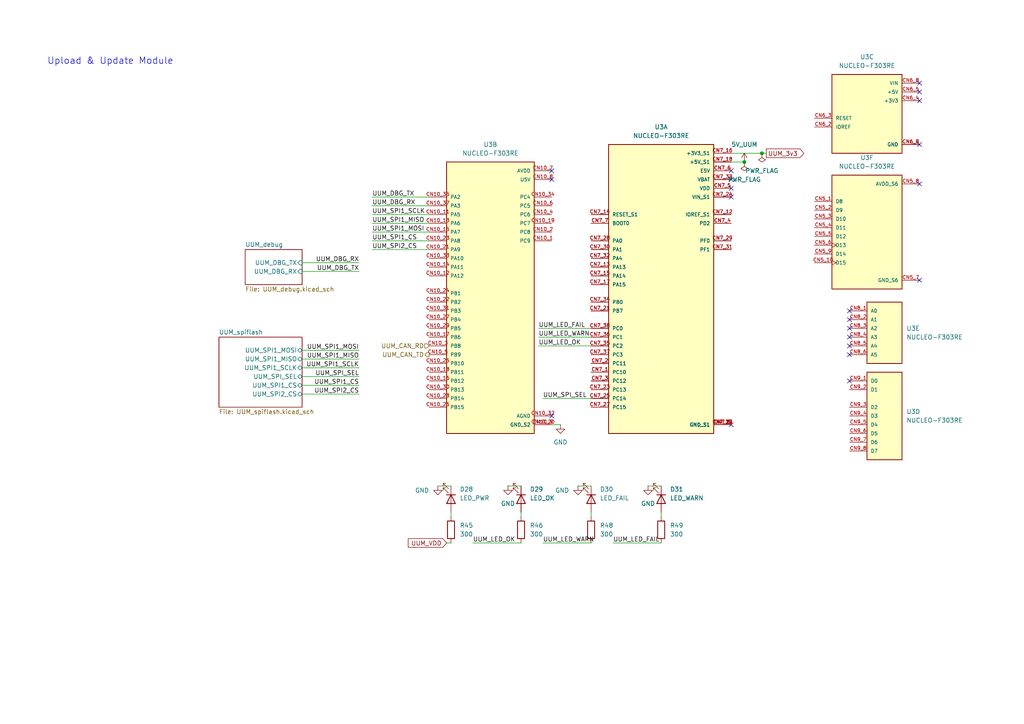
<source format=kicad_sch>
(kicad_sch (version 20250114) (generator "eeschema") (generator_version "9.0")
  (paper "A4")
  (title_block (date "2025-06") (rev "2"))
  (lib_symbols
    (symbol "Device:LED" (pin_numbers (hide yes)) (pin_names (offset 1.016) (hide yes))
      (property "Reference" "D" (at 0 2.54 0))
      (property "Value" "LED" (at 0 -2.54 0))
      (symbol "LED_0_1"
        (polyline (pts (xy -3.048 -0.762) (xy -4.572 -2.286) (xy -3.81 -2.286) (xy -4.572 -2.286) (xy -4.572 -1.524)))
        (polyline (pts (xy -1.778 -0.762) (xy -3.302 -2.286) (xy -2.54 -2.286) (xy -3.302 -2.286) (xy -3.302 -1.524)))
        (polyline (pts (xy -1.27 0) (xy 1.27 0)))
        (polyline (pts (xy -1.27 -1.27) (xy -1.27 1.27)) (stroke (width 0.254)))
        (polyline (pts (xy 1.27 -1.27) (xy 1.27 1.27) (xy -1.27 0) (xy 1.27 -1.27)) (stroke (width 0.254)))
      )
      (symbol "LED_1_1"
        (pin passive line (at -3.81 0 0) (length 2.54) (name "K") (number "1"))
        (pin passive line (at 3.81 0 180) (length 2.54) (name "A") (number "2"))
      )
    )
    (symbol "Device:R" (pin_numbers (hide yes)) (pin_names (offset 0))
      (property "Reference" "R" (at 2.032 0 90))
      (property "Value" "R" (at 0 0 90))
      (symbol "R_0_1"
        (rectangle (start -1.016 -2.54) (end 1.016 2.54) (stroke (width 0.254)))
      )
      (symbol "R_1_1"
        (pin passive line (at 0 3.81 270) (length 1.27) (name "~") (number "1"))
        (pin passive line (at 0 -3.81 90) (length 1.27) (name "~") (number "2"))
      )
    )
    (symbol "NUCLEO-F303RE:NUCLEO-F303RE" (pin_names (offset 1.016))
      (property "Reference" "U" (at -15.24 41.91 0))
      (property "Value" "NUCLEO-F303RE" (at -15.24 -44.45 0))
      (symbol "NUCLEO-F303RE_1_0"
        (rectangle (start -15.24 -43.18) (end 15.24 40.64) (stroke (width 0.254)) (fill (type background)))
        (pin bidirectional line (at -20.32 20.32 0) (length 5.08) (name "RESET_S1") (number "CN7_14"))
        (pin bidirectional line (at -20.32 17.78 0) (length 5.08) (name "BOOT0") (number "CN7_7"))
        (pin bidirectional line (at -20.32 12.7 0) (length 5.08) (name "PA0") (number "CN7_28"))
        (pin bidirectional line (at -20.32 10.16 0) (length 5.08) (name "PA1") (number "CN7_30"))
        (pin bidirectional line (at -20.32 7.62 0) (length 5.08) (name "PA4") (number "CN7_32"))
        (pin bidirectional line (at -20.32 5.08 0) (length 5.08) (name "PA13") (number "CN7_13"))
        (pin bidirectional line (at -20.32 2.54 0) (length 5.08) (name "PA14") (number "CN7_15"))
        (pin bidirectional line (at -20.32 0 0) (length 5.08) (name "PA15") (number "CN7_17"))
        (pin bidirectional line (at -20.32 -5.08 0) (length 5.08) (name "PB0") (number "CN7_34"))
        (pin bidirectional line (at -20.32 -7.62 0) (length 5.08) (name "PB7") (number "CN7_21"))
        (pin bidirectional line (at -20.32 -12.7 0) (length 5.08) (name "PC0") (number "CN7_38"))
        (pin bidirectional line (at -20.32 -15.24 0) (length 5.08) (name "PC1") (number "CN7_36"))
        (pin bidirectional line (at -20.32 -17.78 0) (length 5.08) (name "PC2") (number "CN7_35"))
        (pin bidirectional line (at -20.32 -20.32 0) (length 5.08) (name "PC3") (number "CN7_37"))
        (pin bidirectional line (at -20.32 -22.86 0) (length 5.08) (name "PC11") (number "CN7_2"))
        (pin bidirectional line (at -20.32 -25.4 0) (length 5.08) (name "PC10") (number "CN7_1"))
        (pin bidirectional line (at -20.32 -27.94 0) (length 5.08) (name "PC12") (number "CN7_3"))
        (pin bidirectional line (at -20.32 -30.48 0) (length 5.08) (name "PC13") (number "CN7_23"))
        (pin bidirectional line (at -20.32 -33.02 0) (length 5.08) (name "PC14") (number "CN7_25"))
        (pin bidirectional line (at -20.32 -35.56 0) (length 5.08) (name "PC15") (number "CN7_27"))
        (pin power_in line (at 20.32 38.1 180) (length 5.08) (name "+3V3_S1") (number "CN7_16"))
        (pin power_in line (at 20.32 35.56 180) (length 5.08) (name "+5V_S1") (number "CN7_18"))
        (pin power_in line (at 20.32 33.02 180) (length 5.08) (name "E5V") (number "CN7_6"))
        (pin power_in line (at 20.32 30.48 180) (length 5.08) (name "VBAT") (number "CN7_33"))
        (pin power_in line (at 20.32 27.94 180) (length 5.08) (name "VDD") (number "CN7_5"))
        (pin power_in line (at 20.32 25.4 180) (length 5.08) (name "VIN_S1") (number "CN7_24"))
        (pin bidirectional line (at 20.32 20.32 180) (length 5.08) (name "IOREF_S1") (number "CN7_12"))
        (pin bidirectional line (at 20.32 17.78 180) (length 5.08) (name "PD2") (number "CN7_4"))
        (pin bidirectional line (at 20.32 12.7 180) (length 5.08) (name "PF0") (number "CN7_29"))
        (pin bidirectional line (at 20.32 10.16 180) (length 5.08) (name "PF1") (number "CN7_31"))
        (pin power_in line (at 20.32 -40.64 180) (length 5.08) (name "GND_S1") (number "CN7_19"))
        (pin power_in line (at 20.32 -40.64 180) (length 5.08) (name "GND_S1") (number "CN7_20"))
        (pin power_in line (at 20.32 -40.64 180) (length 5.08) (name "GND_S1") (number "CN7_22"))
        (pin power_in line (at 20.32 -40.64 180) (length 5.08) (name "GND_S1") (number "CN7_8"))
      )
      (symbol "NUCLEO-F303RE_2_0"
        (rectangle (start -12.7 -40.64) (end 12.7 38.1) (stroke (width 0.254)) (fill (type background)))
        (pin bidirectional line (at -17.78 27.94 0) (length 5.08) (name "PA2") (number "CN10_35"))
        (pin bidirectional line (at -17.78 25.4 0) (length 5.08) (name "PA3") (number "CN10_37"))
        (pin bidirectional line (at -17.78 22.86 0) (length 5.08) (name "PA5") (number "CN10_11"))
        (pin bidirectional line (at -17.78 20.32 0) (length 5.08) (name "PA6") (number "CN10_13"))
        (pin bidirectional line (at -17.78 17.78 0) (length 5.08) (name "PA7") (number "CN10_15"))
        (pin bidirectional line (at -17.78 15.24 0) (length 5.08) (name "PA8") (number "CN10_23"))
        (pin bidirectional line (at -17.78 12.7 0) (length 5.08) (name "PA9") (number "CN10_21"))
        (pin bidirectional line (at -17.78 10.16 0) (length 5.08) (name "PA10") (number "CN10_33"))
        (pin bidirectional line (at -17.78 7.62 0) (length 5.08) (name "PA11") (number "CN10_14"))
        (pin bidirectional line (at -17.78 5.08 0) (length 5.08) (name "PA12") (number "CN10_12"))
        (pin bidirectional line (at -17.78 0 0) (length 5.08) (name "PB1") (number "CN10_24"))
        (pin bidirectional line (at -17.78 -2.54 0) (length 5.08) (name "PB2") (number "CN10_22"))
        (pin bidirectional line (at -17.78 -5.08 0) (length 5.08) (name "PB3") (number "CN10_31"))
        (pin bidirectional line (at -17.78 -7.62 0) (length 5.08) (name "PB4") (number "CN10_27"))
        (pin bidirectional line (at -17.78 -10.16 0) (length 5.08) (name "PB5") (number "CN10_29"))
        (pin bidirectional line (at -17.78 -12.7 0) (length 5.08) (name "PB6") (number "CN10_17"))
        (pin bidirectional line (at -17.78 -15.24 0) (length 5.08) (name "PB8") (number "CN10_3"))
        (pin bidirectional line (at -17.78 -17.78 0) (length 5.08) (name "PB9") (number "CN10_5"))
        (pin bidirectional line (at -17.78 -20.32 0) (length 5.08) (name "PB10") (number "CN10_25"))
        (pin bidirectional line (at -17.78 -22.86 0) (length 5.08) (name "PB11") (number "CN10_18"))
        (pin bidirectional line (at -17.78 -25.4 0) (length 5.08) (name "PB12") (number "CN10_16"))
        (pin bidirectional line (at -17.78 -27.94 0) (length 5.08) (name "PB13") (number "CN10_30"))
        (pin bidirectional line (at -17.78 -30.48 0) (length 5.08) (name "PB14") (number "CN10_28"))
        (pin bidirectional line (at -17.78 -33.02 0) (length 5.08) (name "PB15") (number "CN10_26"))
        (pin power_in line (at 17.78 35.56 180) (length 5.08) (name "AVDD") (number "CN10_7"))
        (pin power_in line (at 17.78 33.02 180) (length 5.08) (name "U5V") (number "CN10_8"))
        (pin bidirectional line (at 17.78 27.94 180) (length 5.08) (name "PC4") (number "CN10_34"))
        (pin bidirectional line (at 17.78 25.4 180) (length 5.08) (name "PC5") (number "CN10_6"))
        (pin bidirectional line (at 17.78 22.86 180) (length 5.08) (name "PC6") (number "CN10_4"))
        (pin bidirectional line (at 17.78 20.32 180) (length 5.08) (name "PC7") (number "CN10_19"))
        (pin bidirectional line (at 17.78 17.78 180) (length 5.08) (name "PC8") (number "CN10_2"))
        (pin bidirectional line (at 17.78 15.24 180) (length 5.08) (name "PC9") (number "CN10_1"))
        (pin power_in line (at 17.78 -35.56 180) (length 5.08) (name "AGND") (number "CN10_32"))
        (pin power_in line (at 17.78 -38.1 180) (length 5.08) (name "GND_S2") (number "CN10_20"))
        (pin power_in line (at 17.78 -38.1 180) (length 5.08) (name "GND_S2") (number "CN10_9"))
      )
      (symbol "NUCLEO-F303RE_3_0"
        (rectangle (start -10.16 -12.7) (end 10.16 10.16) (stroke (width 0.254)) (fill (type background)))
        (pin bidirectional line (at -15.24 -2.54 0) (length 5.08) (name "RESET") (number "CN6_3"))
        (pin bidirectional line (at -15.24 -5.08 0) (length 5.08) (name "IOREF") (number "CN6_2"))
        (pin power_in line (at 15.24 7.62 180) (length 5.08) (name "VIN") (number "CN6_8"))
        (pin power_in line (at 15.24 5.08 180) (length 5.08) (name "+5V") (number "CN6_5"))
        (pin power_in line (at 15.24 2.54 180) (length 5.08) (name "+3V3") (number "CN6_4"))
        (pin power_in line (at 15.24 -10.16 180) (length 5.08) (name "GND") (number "CN6_6"))
        (pin power_in line (at 15.24 -10.16 180) (length 5.08) (name "GND") (number "CN6_7"))
      )
      (symbol "NUCLEO-F303RE_4_0"
        (rectangle (start -5.08 -12.7) (end 5.08 12.7) (stroke (width 0.254)) (fill (type background)))
        (pin input line (at -10.16 10.16 0) (length 5.08) (name "D0") (number "CN9_1"))
        (pin output line (at -10.16 7.62 0) (length 5.08) (name "D1") (number "CN9_2"))
        (pin bidirectional line (at -10.16 2.54 0) (length 5.08) (name "D2") (number "CN9_3"))
        (pin bidirectional line (at -10.16 0 0) (length 5.08) (name "D3") (number "CN9_4"))
        (pin bidirectional line (at -10.16 -2.54 0) (length 5.08) (name "D4") (number "CN9_5"))
        (pin bidirectional line (at -10.16 -5.08 0) (length 5.08) (name "D5") (number "CN9_6"))
        (pin bidirectional line (at -10.16 -7.62 0) (length 5.08) (name "D6") (number "CN9_7"))
        (pin bidirectional line (at -10.16 -10.16 0) (length 5.08) (name "D7") (number "CN9_8"))
      )
      (symbol "NUCLEO-F303RE_5_0"
        (rectangle (start -5.08 -10.16) (end 5.08 7.62) (stroke (width 0.254)) (fill (type background)))
        (pin input line (at -10.16 5.08 0) (length 5.08) (name "A0") (number "CN8_1"))
        (pin input line (at -10.16 2.54 0) (length 5.08) (name "A1") (number "CN8_2"))
        (pin input line (at -10.16 0 0) (length 5.08) (name "A2") (number "CN8_3"))
        (pin input line (at -10.16 -2.54 0) (length 5.08) (name "A3") (number "CN8_4"))
        (pin input line (at -10.16 -5.08 0) (length 5.08) (name "A4") (number "CN8_5"))
        (pin input line (at -10.16 -7.62 0) (length 5.08) (name "A5") (number "CN8_6"))
      )
      (symbol "NUCLEO-F303RE_6_0"
        (rectangle (start -10.16 -17.78) (end 10.16 15.24) (stroke (width 0.254)) (fill (type background)))
        (pin bidirectional line (at -15.24 7.62 0) (length 5.08) (name "D8") (number "CN5_1"))
        (pin bidirectional line (at -15.24 5.08 0) (length 5.08) (name "D9") (number "CN5_2"))
        (pin bidirectional line (at -15.24 2.54 0) (length 5.08) (name "D10") (number "CN5_3"))
        (pin bidirectional line (at -15.24 0 0) (length 5.08) (name "D11") (number "CN5_4"))
        (pin bidirectional line (at -15.24 -2.54 0) (length 5.08) (name "D12") (number "CN5_5"))
        (pin bidirectional clock (at -15.24 -5.08 0) (length 5.08) (name "D13") (number "CN5_6"))
        (pin bidirectional line (at -15.24 -7.62 0) (length 5.08) (name "D14") (number "CN5_9"))
        (pin bidirectional clock (at -15.24 -10.16 0) (length 5.08) (name "D15") (number "CN5_10"))
        (pin power_in line (at 15.24 12.7 180) (length 5.08) (name "AVDD_S6") (number "CN5_8"))
        (pin power_in line (at 15.24 -15.24 180) (length 5.08) (name "GND_S6") (number "CN5_7"))
      )
    )
    (symbol "power:+5V" (power) (pin_numbers (hide yes)) (pin_names (offset 0) (hide yes))
      (property "Value" "+5V" (at 0 3.556 0))
      (symbol "+5V_0_1"
        (polyline (pts (xy -0.762 1.27) (xy 0 2.54)))
        (polyline (pts (xy 0 2.54) (xy 0.762 1.27)))
        (polyline (pts (xy 0 0) (xy 0 2.54)))
      )
      (symbol "+5V_1_1"
        (pin power_in line (at 0 0 90) (length 0) (name "~") (number "1"))
      )
    )
    (symbol "power:GND" (power) (pin_numbers (hide yes)) (pin_names (offset 0) (hide yes))
      (property "Value" "GND" (at 0 -3.81 0))
      (symbol "GND_0_1"
        (polyline (pts (xy 0 0) (xy 0 -1.27) (xy 1.27 -1.27) (xy 0 -2.54) (xy -1.27 -1.27) (xy 0 -1.27)))
      )
      (symbol "GND_1_1"
        (pin power_in line (at 0 0 270) (length 0) (name "~") (number "1"))
      )
    )
    (symbol "power:PWR_FLAG" (power) (pin_numbers (hide yes)) (pin_names (offset 0) (hide yes))
      (property "Value" "PWR_FLAG" (at 0 3.81 0))
      (symbol "PWR_FLAG_0_0"
        (pin power_out line (at 0 0 90) (length 0) (name "~") (number "1"))
      )
      (symbol "PWR_FLAG_0_1"
        (polyline (pts (xy 0 0) (xy 0 1.27) (xy -1.016 1.905) (xy 0 2.54) (xy 1.016 1.905) (xy 0 1.27)))
      )
    )
  )
  (text "Upload & Update Module" (at 32.004 17.78 0) (effects (font (size 1.905 1.905))))
  (junction (at 215.9 46.99))
  (junction (at 220.98 44.45))
  (no_connect (at 266.7 53.34))
  (no_connect (at 246.38 100.33))
  (no_connect (at 160.02 120.65))
  (no_connect (at 246.38 92.71))
  (no_connect (at 266.7 29.21))
  (no_connect (at 266.7 26.67))
  (no_connect (at 246.38 102.87))
  (no_connect (at 160.02 49.53))
  (no_connect (at 246.38 95.25))
  (no_connect (at 246.38 110.49))
  (no_connect (at 266.7 41.91))
  (no_connect (at 246.38 90.17))
  (no_connect (at 246.38 97.79))
  (no_connect (at 266.7 24.13))
  (no_connect (at 212.09 57.15))
  (no_connect (at 266.7 81.28))
  (no_connect (at 212.09 54.61))
  (no_connect (at 212.09 52.07))
  (no_connect (at 160.02 52.07))
  (no_connect (at 212.09 123.19))
  (no_connect (at 212.09 49.53))
  (wire (pts (xy 147.32 140.97) (xy 151.13 140.97)))
  (wire (pts (xy 130.81 148.59) (xy 130.81 149.86)))
  (wire (pts (xy 104.14 76.2) (xy 87.63 76.2)))
  (wire (pts (xy 157.48 115.57) (xy 171.45 115.57)))
  (wire (pts (xy 104.14 104.14) (xy 87.63 104.14)))
  (wire (pts (xy 212.09 44.45) (xy 220.98 44.45)))
  (wire (pts (xy 127 140.97) (xy 130.81 140.97)))
  (wire (pts (xy 137.16 157.48) (xy 151.13 157.48)))
  (wire (pts (xy 107.95 69.85) (xy 124.46 69.85)))
  (wire (pts (xy 157.48 157.48) (xy 171.45 157.48)))
  (wire (pts (xy 107.95 72.39) (xy 124.46 72.39)))
  (wire (pts (xy 187.96 140.97) (xy 191.77 140.97)))
  (wire (pts (xy 104.14 111.76) (xy 87.63 111.76)))
  (wire (pts (xy 171.45 148.59) (xy 171.45 149.86)))
  (wire (pts (xy 104.14 114.3) (xy 87.63 114.3)))
  (wire (pts (xy 160.02 123.19) (xy 162.56 123.19)))
  (wire (pts (xy 107.95 57.15) (xy 124.46 57.15)))
  (wire (pts (xy 220.98 44.45) (xy 222.25 44.45)))
  (wire (pts (xy 104.14 78.74) (xy 87.63 78.74)))
  (wire (pts (xy 104.14 101.6) (xy 87.63 101.6)))
  (wire (pts (xy 107.95 62.23) (xy 124.46 62.23)))
  (wire (pts (xy 107.95 64.77) (xy 124.46 64.77)))
  (wire (pts (xy 177.8 157.48) (xy 191.77 157.48)))
  (wire (pts (xy 212.09 46.99) (xy 215.9 46.99)))
  (wire (pts (xy 104.14 109.22) (xy 87.63 109.22)))
  (wire (pts (xy 191.77 148.59) (xy 191.77 149.86)))
  (wire (pts (xy 156.21 97.79) (xy 171.45 97.79)))
  (wire (pts (xy 107.95 59.69) (xy 124.46 59.69)))
  (wire (pts (xy 156.21 100.33) (xy 171.45 100.33)))
  (wire (pts (xy 129.54 157.48) (xy 130.81 157.48)))
  (wire (pts (xy 107.95 67.31) (xy 124.46 67.31)))
  (wire (pts (xy 151.13 148.59) (xy 151.13 149.86)))
  (wire (pts (xy 104.14 106.68) (xy 87.63 106.68)))
  (wire (pts (xy 156.21 95.25) (xy 171.45 95.25)))
  (wire (pts (xy 167.64 140.97) (xy 171.45 140.97)))
  (label "UUM_LED_OK" (at 156.21 100.33 0))
  (label "UUM_SPI1_CS" (at 104.14 111.76 180))
  (label "UUM_LED_FAIL" (at 177.8 157.48 0))
  (label "UUM_SPI1_MISO" (at 107.95 64.77 0))
  (label "UUM_SPI2_CS" (at 107.95 72.39 0))
  (label "UUM_SPI_SEL" (at 104.14 109.22 180))
  (label "UUM_LED_FAIL" (at 156.21 95.25 0))
  (label "UUM_LED_WARN" (at 156.21 97.79 0))
  (label "UUM_SPI_SEL" (at 157.48 115.57 0))
  (label "UUM_LED_OK" (at 137.16 157.48 0))
  (label "UUM_SPI2_CS" (at 104.14 114.3 180))
  (label "UUM_SPI1_MOSI" (at 104.14 101.6 180))
  (label "UUM_SPI1_SCLK" (at 104.14 106.68 180))
  (label "UUM_SPI1_SCLK" (at 107.95 62.23 0))
  (label "UUM_LED_WARN" (at 157.48 157.48 0))
  (label "UUM_DBG_RX" (at 107.95 59.69 0))
  (label "UUM_SPI1_MISO" (at 104.14 104.14 180))
  (label "UUM_DBG_TX" (at 107.95 57.15 0))
  (label "UUM_SPI1_MOSI" (at 107.95 67.31 0))
  (label "UUM_SPI1_CS" (at 107.95 69.85 0))
  (label "UUM_DBG_TX" (at 104.14 78.74 180))
  (label "UUM_DBG_RX" (at 104.14 76.2 180))
  (global_label "UUM_VDD" (shape input) (at 129.54 157.48 180) (property "Intersheetrefs" "${INTERSHEET_REFS}" (effects (hide yes))))
  (global_label "UUM_3v3" (shape output) (at 222.25 44.45 0) (property "Intersheetrefs" "${INTERSHEET_REFS}" (effects (hide yes))))
  (hierarchical_label "UUM_CAN_TD" (shape output) (at 124.46 102.87 180))
  (hierarchical_label "UUM_CAN_RD" (shape input) (at 124.46 100.33 180))
  (symbol (lib_id "Device:R") (at 151.13 153.67 0) (unit 1)
    (property "Reference" "R46" (at 153.67 152.3999 0) (effects (justify left)))
    (property "Value" "300" (at 153.67 154.9399 0) (effects (justify left)))
    (property "Footprint" "Resistor_SMD:R_0805_2012Metric_Pad1.20x1.40mm_HandSolder" (effects (hide yes)))
    (property "Description" "Resistor" (effects (hide yes)))
    (property "DigiKey_Part_Number" "311-10.0KCRCT-ND" (effects (hide yes)))
    (property "Price" "0.0129" (effects (hide yes)))
  )
  (symbol (lib_id "NUCLEO-F303RE:NUCLEO-F303RE") (at 251.46 66.04 0) (unit 6)
    (property "Reference" "U3" (at 251.46 45.72 0))
    (property "Value" "NUCLEO-F303RE" (at 251.46 48.26 0))
    (property "Footprint" "NUCLEO-F303RE:ST_NUCLEO-F303RE" (effects (hide yes)))
    (property "MF" "STMicroelectronics" (effects (hide yes)))
    (property "MAXIMUM_PACKAGE_HEIGHT" "N/A" (effects (hide yes)))
    (property "Package" "None" (effects (hide yes)))
    (property "Price" "None" (effects (hide yes)))
    (property "Check_prices" "https://www.snapeda.com/parts/NUCLEO-F303RE/STMicroelectronics/view-part/?ref=eda" (effects (hide yes)))
    (property "STANDARD" "Manufacturer recommendations" (effects (hide yes)))
    (property "PARTREV" "14" (effects (hide yes)))
    (property "SnapEDA_Link" "https://www.snapeda.com/parts/NUCLEO-F303RE/STMicroelectronics/view-part/?ref=snap" (effects (hide yes)))
    (property "MP" "NUCLEO-F303RE" (effects (hide yes)))
    (property "Description_1" "STM32F303RE, mbed-Enabled Development Nucleo-64 STM32F3 ARM® Cortex®-M4 MCU 32-Bit Embedded Evaluation Board" (effects (hide yes)))
    (property "Availability" "In Stock" (effects (hide yes)))
    (property "MANUFACTURER" "STMicroelectronics" (effects (hide yes)))
  )
  (symbol (lib_id "NUCLEO-F303RE:NUCLEO-F303RE") (at 256.54 95.25 0) (unit 5)
    (property "Reference" "U3" (at 262.89 95.2499 0) (effects (justify left)))
    (property "Value" "NUCLEO-F303RE" (at 262.89 97.7899 0) (effects (justify left)))
    (property "Footprint" "NUCLEO-F303RE:ST_NUCLEO-F303RE" (effects (hide yes)))
    (property "MF" "STMicroelectronics" (effects (hide yes)))
    (property "MAXIMUM_PACKAGE_HEIGHT" "N/A" (effects (hide yes)))
    (property "Package" "None" (effects (hide yes)))
    (property "Price" "None" (effects (hide yes)))
    (property "Check_prices" "https://www.snapeda.com/parts/NUCLEO-F303RE/STMicroelectronics/view-part/?ref=eda" (effects (hide yes)))
    (property "STANDARD" "Manufacturer recommendations" (effects (hide yes)))
    (property "PARTREV" "14" (effects (hide yes)))
    (property "SnapEDA_Link" "https://www.snapeda.com/parts/NUCLEO-F303RE/STMicroelectronics/view-part/?ref=snap" (effects (hide yes)))
    (property "MP" "NUCLEO-F303RE" (effects (hide yes)))
    (property "Description_1" "STM32F303RE, mbed-Enabled Development Nucleo-64 STM32F3 ARM® Cortex®-M4 MCU 32-Bit Embedded Evaluation Board" (effects (hide yes)))
    (property "Availability" "In Stock" (effects (hide yes)))
    (property "MANUFACTURER" "STMicroelectronics" (effects (hide yes)))
  )
  (symbol (lib_id "NUCLEO-F303RE:NUCLEO-F303RE") (at 142.24 85.09 0) (unit 2)
    (property "Reference" "U3" (at 142.24 41.91 0))
    (property "Value" "NUCLEO-F303RE" (at 142.24 44.45 0))
    (property "Footprint" "NUCLEO-F303RE:ST_NUCLEO-F303RE" (effects (hide yes)))
    (property "MF" "STMicroelectronics" (effects (hide yes)))
    (property "MAXIMUM_PACKAGE_HEIGHT" "N/A" (effects (hide yes)))
    (property "Package" "None" (effects (hide yes)))
    (property "Price" "None" (effects (hide yes)))
    (property "Check_prices" "https://www.snapeda.com/parts/NUCLEO-F303RE/STMicroelectronics/view-part/?ref=eda" (effects (hide yes)))
    (property "STANDARD" "Manufacturer recommendations" (effects (hide yes)))
    (property "PARTREV" "14" (effects (hide yes)))
    (property "SnapEDA_Link" "https://www.snapeda.com/parts/NUCLEO-F303RE/STMicroelectronics/view-part/?ref=snap" (effects (hide yes)))
    (property "MP" "NUCLEO-F303RE" (effects (hide yes)))
    (property "Description_1" "STM32F303RE, mbed-Enabled Development Nucleo-64 STM32F3 ARM® Cortex®-M4 MCU 32-Bit Embedded Evaluation Board" (effects (hide yes)))
    (property "Availability" "In Stock" (effects (hide yes)))
    (property "MANUFACTURER" "STMicroelectronics" (effects (hide yes)))
  )
  (symbol (lib_id "power:GND") (at 127 140.97 0) (unit 1)
    (property "Reference" "#PWR0127" (effects (hide yes)))
    (property "Value" "GND" (at 124.46 142.2399 0) (effects (justify right)))
    (property "Description" "Power symbol creates a global label with name \"GND\" , ground" (effects (hide yes)))
  )
  (symbol (lib_id "Device:R") (at 130.81 153.67 0) (unit 1)
    (property "Reference" "R45" (at 133.35 152.3999 0) (effects (justify left)))
    (property "Value" "300" (at 133.35 154.9399 0) (effects (justify left)))
    (property "Footprint" "Resistor_SMD:R_0805_2012Metric_Pad1.20x1.40mm_HandSolder" (effects (hide yes)))
    (property "Description" "Resistor" (effects (hide yes)))
    (property "DigiKey_Part_Number" "311-10.0KCRCT-ND" (effects (hide yes)))
    (property "Price" "0.0129" (effects (hide yes)))
  )
  (symbol (lib_id "Device:LED") (at 191.77 144.78 270) (unit 1)
    (property "Reference" "D31" (at 194.31 141.9224 90) (effects (justify left)))
    (property "Value" "LED_WARN" (at 194.31 144.4624 90) (effects (justify left)))
    (property "Footprint" "LED_SMD:LED_0603_1608Metric" (effects (hide yes)))
    (property "Description" "Light emitting diode" (effects (hide yes)))
    (property "Sim.Pins" "1=K 2=A" (effects (hide yes)))
  )
  (symbol (lib_id "NUCLEO-F303RE:NUCLEO-F303RE") (at 191.77 82.55 0) (unit 1)
    (property "Reference" "U3" (at 191.77 36.83 0))
    (property "Value" "NUCLEO-F303RE" (at 191.77 39.37 0))
    (property "Footprint" "NUCLEO-F303RE:ST_NUCLEO-F303RE" (effects (hide yes)))
    (property "MF" "STMicroelectronics" (effects (hide yes)))
    (property "MAXIMUM_PACKAGE_HEIGHT" "N/A" (effects (hide yes)))
    (property "Package" "None" (effects (hide yes)))
    (property "Price" "None" (effects (hide yes)))
    (property "Check_prices" "https://www.snapeda.com/parts/NUCLEO-F303RE/STMicroelectronics/view-part/?ref=eda" (effects (hide yes)))
    (property "STANDARD" "Manufacturer recommendations" (effects (hide yes)))
    (property "PARTREV" "14" (effects (hide yes)))
    (property "SnapEDA_Link" "https://www.snapeda.com/parts/NUCLEO-F303RE/STMicroelectronics/view-part/?ref=snap" (effects (hide yes)))
    (property "MP" "NUCLEO-F303RE" (effects (hide yes)))
    (property "Description_1" "STM32F303RE, mbed-Enabled Development Nucleo-64 STM32F3 ARM® Cortex®-M4 MCU 32-Bit Embedded Evaluation Board" (effects (hide yes)))
    (property "Availability" "In Stock" (effects (hide yes)))
    (property "MANUFACTURER" "STMicroelectronics" (effects (hide yes)))
  )
  (symbol (lib_id "Device:LED") (at 151.13 144.78 270) (unit 1)
    (property "Reference" "D29" (at 153.67 141.9224 90) (effects (justify left)))
    (property "Value" "LED_OK" (at 153.67 144.4624 90) (effects (justify left)))
    (property "Footprint" "LED_SMD:LED_0603_1608Metric" (effects (hide yes)))
    (property "Description" "Light emitting diode" (effects (hide yes)))
    (property "Sim.Pins" "1=K 2=A" (effects (hide yes)))
  )
  (symbol (lib_id "power:GND") (at 147.32 140.97 0) (unit 1)
    (property "Reference" "#PWR0129" (effects (hide yes)))
    (property "Value" "GND" (at 147.32 146.05 0))
    (property "Description" "Power symbol creates a global label with name \"GND\" , ground" (effects (hide yes)))
  )
  (symbol (lib_id "Device:R") (at 191.77 153.67 0) (unit 1)
    (property "Reference" "R49" (at 194.31 152.3999 0) (effects (justify left)))
    (property "Value" "300" (at 194.31 154.9399 0) (effects (justify left)))
    (property "Footprint" "Resistor_SMD:R_0805_2012Metric_Pad1.20x1.40mm_HandSolder" (effects (hide yes)))
    (property "Description" "Resistor" (effects (hide yes)))
    (property "DigiKey_Part_Number" "311-10.0KCRCT-ND" (effects (hide yes)))
    (property "Price" "0.0129" (effects (hide yes)))
  )
  (symbol (lib_id "Device:R") (at 171.45 153.67 0) (unit 1)
    (property "Reference" "R48" (at 173.99 152.3999 0) (effects (justify left)))
    (property "Value" "300" (at 173.99 154.9399 0) (effects (justify left)))
    (property "Footprint" "Resistor_SMD:R_0805_2012Metric_Pad1.20x1.40mm_HandSolder" (effects (hide yes)))
    (property "Description" "Resistor" (effects (hide yes)))
    (property "DigiKey_Part_Number" "311-10.0KCRCT-ND" (effects (hide yes)))
    (property "Price" "0.0129" (effects (hide yes)))
  )
  (symbol (lib_id "Device:LED") (at 171.45 144.78 270) (unit 1)
    (property "Reference" "D30" (at 173.99 141.9224 90) (effects (justify left)))
    (property "Value" "LED_FAIL" (at 173.99 144.4624 90) (effects (justify left)))
    (property "Footprint" "LED_SMD:LED_0603_1608Metric" (effects (hide yes)))
    (property "Description" "Light emitting diode" (effects (hide yes)))
    (property "Sim.Pins" "1=K 2=A" (effects (hide yes)))
  )
  (symbol (lib_id "NUCLEO-F303RE:NUCLEO-F303RE") (at 251.46 31.75 0) (unit 3)
    (property "Reference" "U3" (at 251.46 16.51 0))
    (property "Value" "NUCLEO-F303RE" (at 251.46 19.05 0))
    (property "Footprint" "NUCLEO-F303RE:ST_NUCLEO-F303RE" (effects (hide yes)))
    (property "MF" "STMicroelectronics" (effects (hide yes)))
    (property "MAXIMUM_PACKAGE_HEIGHT" "N/A" (effects (hide yes)))
    (property "Package" "None" (effects (hide yes)))
    (property "Price" "None" (effects (hide yes)))
    (property "Check_prices" "https://www.snapeda.com/parts/NUCLEO-F303RE/STMicroelectronics/view-part/?ref=eda" (effects (hide yes)))
    (property "STANDARD" "Manufacturer recommendations" (effects (hide yes)))
    (property "PARTREV" "14" (effects (hide yes)))
    (property "SnapEDA_Link" "https://www.snapeda.com/parts/NUCLEO-F303RE/STMicroelectronics/view-part/?ref=snap" (effects (hide yes)))
    (property "MP" "NUCLEO-F303RE" (effects (hide yes)))
    (property "Description_1" "STM32F303RE, mbed-Enabled Development Nucleo-64 STM32F3 ARM® Cortex®-M4 MCU 32-Bit Embedded Evaluation Board" (effects (hide yes)))
    (property "Availability" "In Stock" (effects (hide yes)))
    (property "MANUFACTURER" "STMicroelectronics" (effects (hide yes)))
  )
  (symbol (lib_id "Device:LED") (at 130.81 144.78 270) (unit 1)
    (property "Reference" "D28" (at 133.35 141.9224 90) (effects (justify left)))
    (property "Value" "LED_PWR" (at 133.35 144.4624 90) (effects (justify left)))
    (property "Footprint" "LED_SMD:LED_0603_1608Metric" (effects (hide yes)))
    (property "Description" "Light emitting diode" (effects (hide yes)))
    (property "Sim.Pins" "1=K 2=A" (effects (hide yes)))
  )
  (symbol (lib_id "power:GND") (at 162.56 123.19 0) (unit 1)
    (property "Reference" "#PWR081" (effects (hide yes)))
    (property "Value" "GND" (at 162.56 128.27 0))
    (property "Description" "Power symbol creates a global label with name \"GND\" , ground" (effects (hide yes)))
  )
  (symbol (lib_id "power:PWR_FLAG") (at 220.98 44.45 180) (unit 1)
    (property "Reference" "#FLG07" (effects (hide yes)))
    (property "Value" "PWR_FLAG" (at 220.98 49.53 0))
    (property "Description" "Special symbol for telling ERC where power comes from" (effects (hide yes)))
  )
  (symbol (lib_id "power:PWR_FLAG") (at 215.9 46.99 180) (unit 1)
    (property "Reference" "#FLG014" (effects (hide yes)))
    (property "Value" "PWR_FLAG" (at 215.9 52.07 0))
    (property "Description" "Special symbol for telling ERC where power comes from" (effects (hide yes)))
  )
  (symbol (lib_id "power:GND") (at 167.64 140.97 0) (unit 1)
    (property "Reference" "#PWR0130" (effects (hide yes)))
    (property "Value" "GND" (at 165.1 142.2399 0) (effects (justify right)))
    (property "Description" "Power symbol creates a global label with name \"GND\" , ground" (effects (hide yes)))
  )
  (symbol (lib_id "NUCLEO-F303RE:NUCLEO-F303RE") (at 256.54 120.65 0) (unit 4)
    (property "Reference" "U3" (at 262.89 119.3799 0) (effects (justify left)))
    (property "Value" "NUCLEO-F303RE" (at 262.89 121.9199 0) (effects (justify left)))
    (property "Footprint" "NUCLEO-F303RE:ST_NUCLEO-F303RE" (effects (hide yes)))
    (property "MF" "STMicroelectronics" (effects (hide yes)))
    (property "MAXIMUM_PACKAGE_HEIGHT" "N/A" (effects (hide yes)))
    (property "Package" "None" (effects (hide yes)))
    (property "Price" "None" (effects (hide yes)))
    (property "Check_prices" "https://www.snapeda.com/parts/NUCLEO-F303RE/STMicroelectronics/view-part/?ref=eda" (effects (hide yes)))
    (property "STANDARD" "Manufacturer recommendations" (effects (hide yes)))
    (property "PARTREV" "14" (effects (hide yes)))
    (property "SnapEDA_Link" "https://www.snapeda.com/parts/NUCLEO-F303RE/STMicroelectronics/view-part/?ref=snap" (effects (hide yes)))
    (property "MP" "NUCLEO-F303RE" (effects (hide yes)))
    (property "Description_1" "STM32F303RE, mbed-Enabled Development Nucleo-64 STM32F3 ARM® Cortex®-M4 MCU 32-Bit Embedded Evaluation Board" (effects (hide yes)))
    (property "Availability" "In Stock" (effects (hide yes)))
    (property "MANUFACTURER" "STMicroelectronics" (effects (hide yes)))
  )
  (symbol (lib_id "power:GND") (at 187.96 140.97 0) (unit 1)
    (property "Reference" "#PWR0131" (effects (hide yes)))
    (property "Value" "GND" (at 187.96 146.05 0))
    (property "Description" "Power symbol creates a global label with name \"GND\" , ground" (effects (hide yes)))
  )
  (symbol (lib_id "power:+5V") (at 215.9 46.99 0) (unit 1)
    (property "Reference" "#PWR025" (effects (hide yes)))
    (property "Value" "5V_UUM" (at 215.9 41.91 0))
    (property "Description" "Power symbol creates a global label with name \"+5V\"" (effects (hide yes)))
  )
  (sheet (at 71.12 72.39) (size 16.51 10.16) (stroke (width 0.1524))
    (property "Sheetname" "UUM_debug" (at 71.12 71.6784 0) (effects (justify left bottom)))
    (property "Sheetfile" "UUM_debug.kicad_sch" (at 71.12 83.1346 0) (effects (justify left top)))
    (pin "UUM_DBG_RX" input (at 87.63 78.74 0))
    (pin "UUM_DBG_TX" input (at 87.63 76.2 0))
  )
  (sheet (at 63.5 97.79) (size 24.13 20.32) (stroke (width 0.1524))
    (property "Sheetname" "UUM_spiflash" (at 63.5 97.0784 0) (effects (justify left bottom)))
    (property "Sheetfile" "UUM_spiflash.kicad_sch" (at 63.5 118.6946 0) (effects (justify left top)))
    (pin "UUM_SPI1_MOSI" bidirectional (at 87.63 101.6 0))
    (pin "UUM_SPI1_SCLK" bidirectional (at 87.63 106.68 0))
    (pin "UUM_SPI1_MISO" bidirectional (at 87.63 104.14 0))
    (pin "UUM_SPI2_CS" bidirectional (at 87.63 114.3 0))
    (pin "UUM_SPI1_CS" bidirectional (at 87.63 111.76 0))
    (pin "UUM_SPI_SEL" bidirectional (at 87.63 109.22 0))
  )
)
</source>
